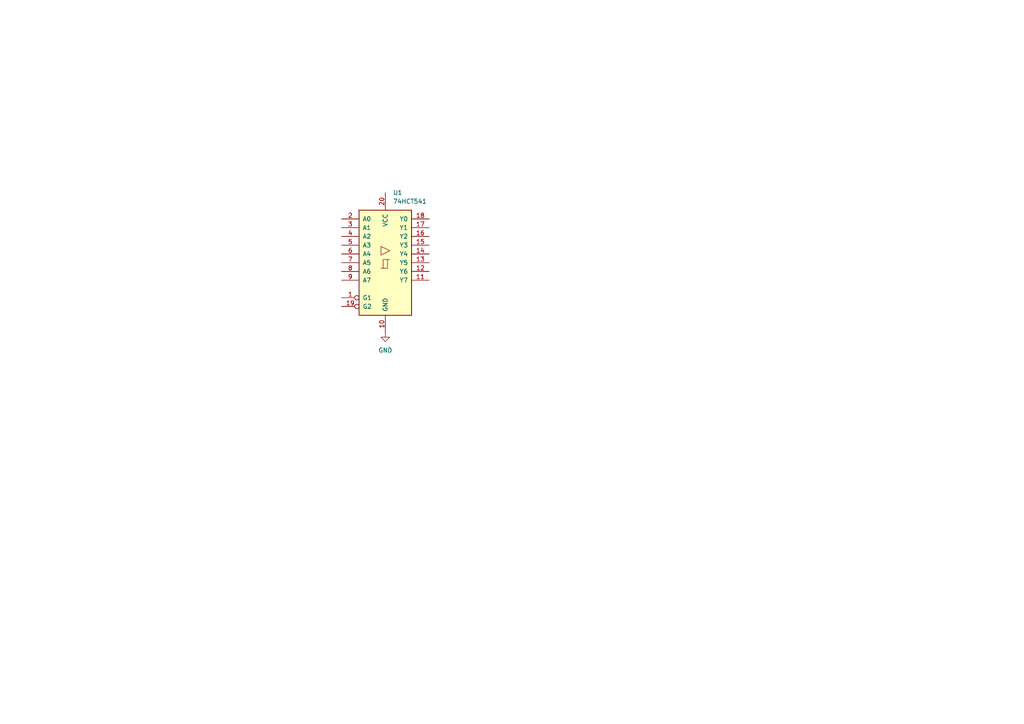
<source format=kicad_sch>
(kicad_sch (version 20231120) (generator "eeschema") (generator_version "8.0")
  (paper "A4")
  (lib_symbols
    (symbol "74xx:74HCT541" (pin_names (offset 1.016))
      (property "Reference" "U" (at -7.62 16.51 0))
      (property "Value" "74HCT541" (at -7.62 -16.51 0))
      (symbol "74HCT541_1_0"
        (polyline (pts (xy -0.635 -1.6002) (xy -0.635 0.9398) (xy 0.635 0.9398)))
        (polyline (pts (xy -1.27 -1.6002) (xy 0.635 -1.6002) (xy 0.635 0.9398) (xy 1.27 0.9398)))
        (polyline (pts (xy 1.27 3.4798) (xy -1.27 4.7498) (xy -1.27 2.2098) (xy 1.27 3.4798)) (stroke (width 0.1524)))
        (pin input inverted (at -12.7 -10.16 0) (length 5.08) (name "G1") (number "1"))
        (pin power_in line (at 0 -20.32 90) (length 5.08) (name "GND") (number "10"))
        (pin tri_state line (at 12.7 -5.08 180) (length 5.08) (name "Y7") (number "11"))
        (pin tri_state line (at 12.7 -2.54 180) (length 5.08) (name "Y6") (number "12"))
        (pin tri_state line (at 12.7 0 180) (length 5.08) (name "Y5") (number "13"))
        (pin tri_state line (at 12.7 2.54 180) (length 5.08) (name "Y4") (number "14"))
        (pin tri_state line (at 12.7 5.08 180) (length 5.08) (name "Y3") (number "15"))
        (pin tri_state line (at 12.7 7.62 180) (length 5.08) (name "Y2") (number "16"))
        (pin tri_state line (at 12.7 10.16 180) (length 5.08) (name "Y1") (number "17"))
        (pin tri_state line (at 12.7 12.7 180) (length 5.08) (name "Y0") (number "18"))
        (pin input inverted (at -12.7 -12.7 0) (length 5.08) (name "G2") (number "19"))
        (pin input line (at -12.7 12.7 0) (length 5.08) (name "A0") (number "2"))
        (pin power_in line (at 0 20.32 270) (length 5.08) (name "VCC") (number "20"))
        (pin input line (at -12.7 10.16 0) (length 5.08) (name "A1") (number "3"))
        (pin input line (at -12.7 7.62 0) (length 5.08) (name "A2") (number "4"))
        (pin input line (at -12.7 5.08 0) (length 5.08) (name "A3") (number "5"))
        (pin input line (at -12.7 2.54 0) (length 5.08) (name "A4") (number "6"))
        (pin input line (at -12.7 0 0) (length 5.08) (name "A5") (number "7"))
        (pin input line (at -12.7 -2.54 0) (length 5.08) (name "A6") (number "8"))
        (pin input line (at -12.7 -5.08 0) (length 5.08) (name "A7") (number "9"))
      )
      (symbol "74HCT541_1_1"
        (rectangle (start -7.62 15.24) (end 7.62 -15.24) (stroke (width 0.254)) (fill (type background)))
      )
    )
    (symbol "power:GND" (power) (pin_numbers hide) (pin_names (offset 0) hide)
      (property "Value" "GND" (at 0 -3.81 0))
      (symbol "GND_0_1"
        (polyline (pts (xy 0 0) (xy 0 -1.27) (xy 1.27 -1.27) (xy 0 -2.54) (xy -1.27 -1.27) (xy 0 -1.27)))
      )
      (symbol "GND_1_1"
        (pin power_in line (at 0 0 270) (length 0) (name "~") (number "1"))
      )
    )
  )
  (symbol (lib_id "power:GND") (at 111.76 96.52 0) (unit 1)
    (property "Reference" "#PWR01" (effects (hide yes)))
    (property "Value" "GND" (at 111.76 101.6 0))
    (property "Description" "Power symbol creates a global label with name \"GND\" , ground" (effects (hide yes)))
  )
  (symbol (lib_id "74xx:74HCT541") (at 111.76 76.2 0) (unit 1)
    (property "Reference" "U1" (at 113.9541 55.88 0) (effects (justify left)))
    (property "Value" "74HCT541" (at 113.9541 58.42 0) (effects (justify left)))
    (property "Footprint" "Package_DIP:DIP-20_W7.62mm" (effects (hide yes)))
    (property "Datasheet" "http://www.ti.com/lit/gpn/sn74HCT541" (effects (hide yes)))
    (property "Description" "8-bit Buffer/Line Driver 3-state outputs" (effects (hide yes)))
  )
)
</source>
